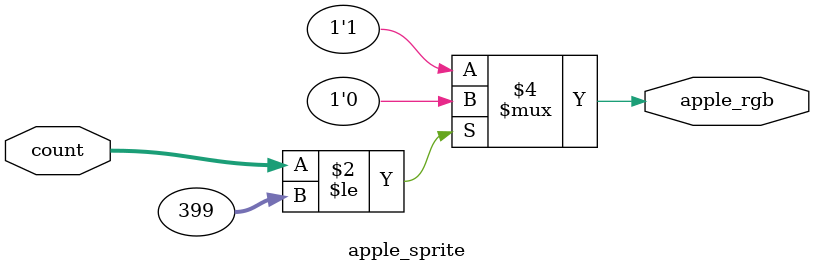
<source format=sv>
module apple_sprite(
    input logic [9:0] count, // 10-bit input to cover the range of indices (0 to 799)
    output logic apple_rgb // 1-bit output to represent the value at the index
);

    always_comb begin
        if ((count <= 399)) begin
            apple_rgb = 0;
        end else begin
            apple_rgb = 1;
        end
    end

endmodule

</source>
